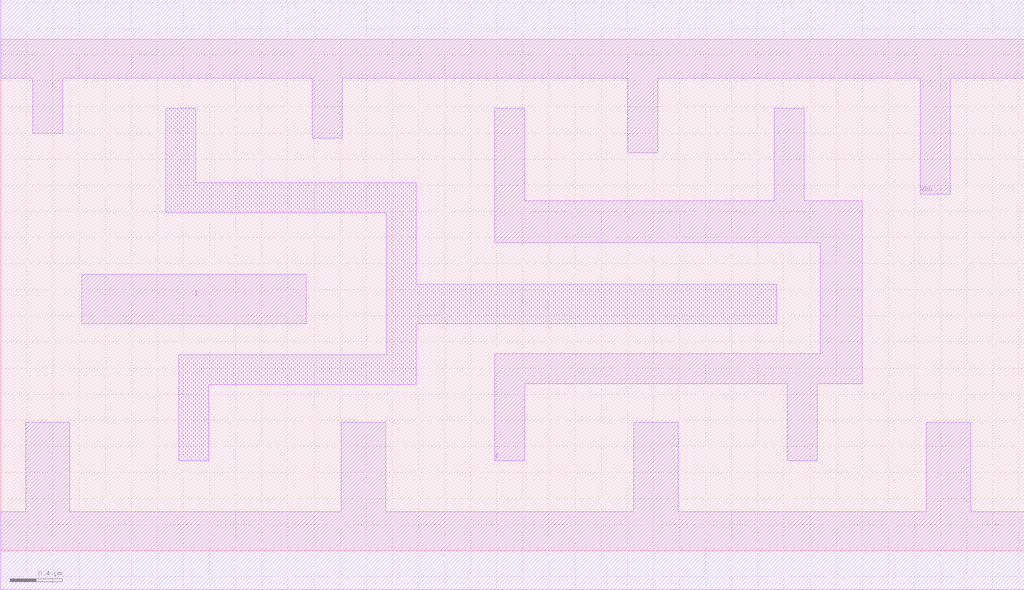
<source format=lef>
# Copyright 2022 GlobalFoundries PDK Authors
#
# Licensed under the Apache License, Version 2.0 (the "License");
# you may not use this file except in compliance with the License.
# You may obtain a copy of the License at
#
#      http://www.apache.org/licenses/LICENSE-2.0
#
# Unless required by applicable law or agreed to in writing, software
# distributed under the License is distributed on an "AS IS" BASIS,
# WITHOUT WARRANTIES OR CONDITIONS OF ANY KIND, either express or implied.
# See the License for the specific language governing permissions and
# limitations under the License.

MACRO gf180mcu_fd_sc_mcu7t5v0__clkbuf_3
  CLASS core ;
  FOREIGN gf180mcu_fd_sc_mcu7t5v0__clkbuf_3 0.0 0.0 ;
  ORIGIN 0 0 ;
  SYMMETRY X Y ;
  SITE GF018hv5v_mcu_sc7 ;
  SIZE 7.84 BY 3.92 ;
  PIN I
    DIRECTION INPUT ;
    ANTENNAGATEAREA 1.183 ;
    PORT
      LAYER METAL1 ;
        POLYGON 0.62 1.74 2.34 1.74 2.34 2.12 0.62 2.12  ;
    END
  END I
  PIN Z
    DIRECTION OUTPUT ;
    ANTENNADIFFAREA 1.986 ;
    PORT
      LAYER METAL1 ;
        POLYGON 3.785 2.36 5.945 2.36 6.28 2.36 6.28 1.51 3.785 1.51 3.785 0.69 4.015 0.69 4.015 1.28 6.025 1.28 6.025 0.69 6.255 0.69 6.255 1.28 6.6 1.28 6.6 2.68 6.155 2.68 6.155 3.39 5.945 3.39 5.925 3.39 5.925 2.68 4.015 2.68 4.015 3.39 3.785 3.39  ;
    END
  END Z
  PIN VDD
    DIRECTION INOUT ;
    USE power ;
    SHAPE ABUTMENT ;
    PORT
      LAYER METAL1 ;
        POLYGON 0 3.62 0.245 3.62 0.245 3.2 0.475 3.2 0.475 3.62 2.385 3.62 2.385 3.16 2.615 3.16 2.615 3.62 4.805 3.62 4.805 3.05 5.035 3.05 5.035 3.62 5.945 3.62 7.045 3.62 7.045 2.73 7.275 2.73 7.275 3.62 7.84 3.62 7.84 4.22 5.945 4.22 0 4.22  ;
    END
  END VDD
  PIN VSS
    DIRECTION INOUT ;
    USE ground ;
    SHAPE ABUTMENT ;
    PORT
      LAYER METAL1 ;
        POLYGON 0 -0.3 7.84 -0.3 7.84 0.3 7.43 0.3 7.43 0.985 7.09 0.985 7.09 0.3 5.19 0.3 5.19 0.985 4.85 0.985 4.85 0.3 2.95 0.3 2.95 0.985 2.61 0.985 2.61 0.3 0.53 0.3 0.53 0.985 0.19 0.985 0.19 0.3 0 0.3  ;
    END
  END VSS
  OBS
      LAYER METAL1 ;
        POLYGON 1.265 2.59 2.955 2.59 2.955 1.5 1.365 1.5 1.365 0.69 1.595 0.69 1.595 1.27 3.185 1.27 3.185 1.74 5.945 1.74 5.945 2.04 3.185 2.04 3.185 2.82 1.495 2.82 1.495 3.39 1.265 3.39  ;
  END
END gf180mcu_fd_sc_mcu7t5v0__clkbuf_3

</source>
